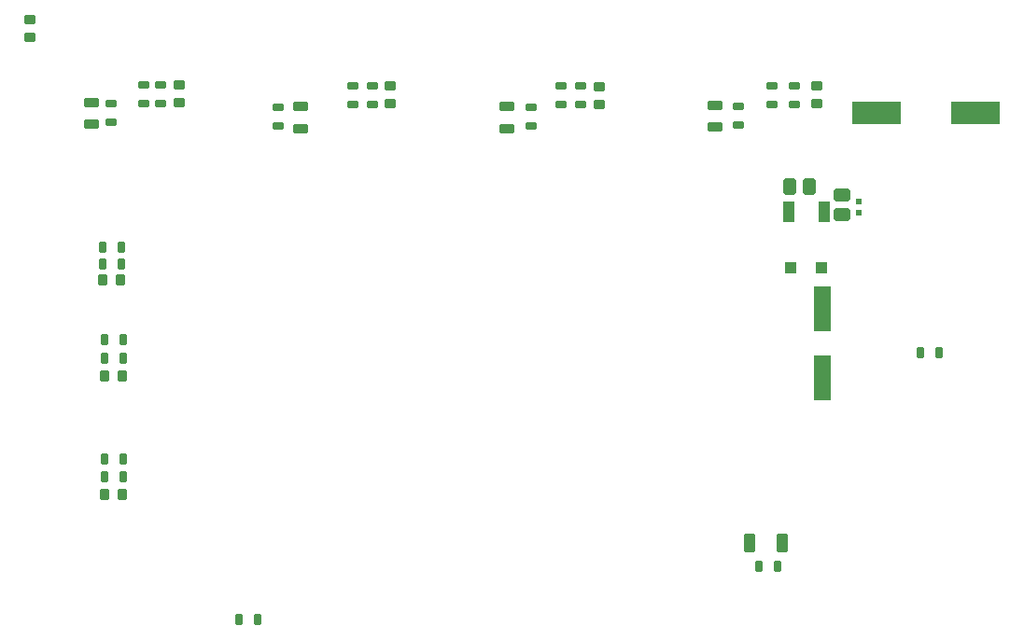
<source format=gtp>
G04 DipTrace 4.2.0.1*
G04 Led_Race.gtp*
%MOIN*%
G04 #@! TF.FileFunction,Paste,Top*
G04 #@! TF.Part,Single*
%AMOUTLINE2*
4,1,28,
0.019094,0.009517,
0.019094,-0.009517,
0.018823,-0.011577,
0.018078,-0.013377,
0.016892,-0.014923,
0.015346,-0.016109,
0.013546,-0.016855,
0.011485,-0.017126,
-0.011485,-0.017126,
-0.013546,-0.016855,
-0.015346,-0.016109,
-0.016892,-0.014923,
-0.018078,-0.013377,
-0.018823,-0.011577,
-0.019094,-0.009517,
-0.019094,0.009517,
-0.018823,0.011577,
-0.018078,0.013377,
-0.016892,0.014923,
-0.015346,0.016109,
-0.013546,0.016855,
-0.011485,0.017126,
0.011485,0.017126,
0.013546,0.016855,
0.015346,0.016109,
0.016892,0.014923,
0.018078,0.013377,
0.018823,0.011577,
0.019094,0.009517,
0*%
%AMOUTLINE5*
4,1,28,
-0.019094,-0.009517,
-0.019094,0.009517,
-0.018823,0.011577,
-0.018078,0.013377,
-0.016892,0.014923,
-0.015346,0.016109,
-0.013546,0.016855,
-0.011485,0.017126,
0.011485,0.017126,
0.013546,0.016855,
0.015346,0.016109,
0.016892,0.014923,
0.018078,0.013377,
0.018823,0.011577,
0.019094,0.009517,
0.019094,-0.009517,
0.018823,-0.011577,
0.018078,-0.013377,
0.016892,-0.014923,
0.015346,-0.016109,
0.013546,-0.016855,
0.011485,-0.017126,
-0.011485,-0.017126,
-0.013546,-0.016855,
-0.015346,-0.016109,
-0.016892,-0.014923,
-0.018078,-0.013377,
-0.018823,-0.011577,
-0.019094,-0.009517,
0*%
%AMOUTLINE8*
4,1,28,
0.009517,-0.019094,
-0.009516,-0.019095,
-0.011577,-0.018823,
-0.013377,-0.018078,
-0.014923,-0.016892,
-0.016109,-0.015346,
-0.016854,-0.013546,
-0.017126,-0.011486,
-0.017126,0.011485,
-0.016855,0.013545,
-0.016109,0.015345,
-0.014923,0.016891,
-0.013378,0.018077,
-0.011578,0.018823,
-0.009517,0.019094,
0.009516,0.019095,
0.011577,0.018823,
0.013377,0.018078,
0.014923,0.016892,
0.016109,0.015346,
0.016854,0.013546,
0.017126,0.011486,
0.017126,-0.011485,
0.016855,-0.013545,
0.016109,-0.015345,
0.014923,-0.016891,
0.013378,-0.018077,
0.011578,-0.018823,
0.009517,-0.019094,
0*%
%AMOUTLINE11*
4,1,28,
-0.009517,0.019094,
0.009516,0.019095,
0.011577,0.018823,
0.013377,0.018078,
0.014923,0.016892,
0.016109,0.015346,
0.016854,0.013546,
0.017126,0.011486,
0.017126,-0.011485,
0.016855,-0.013545,
0.016109,-0.015345,
0.014923,-0.016891,
0.013378,-0.018077,
0.011578,-0.018823,
0.009517,-0.019094,
-0.009516,-0.019095,
-0.011577,-0.018823,
-0.013377,-0.018078,
-0.014923,-0.016892,
-0.016109,-0.015346,
-0.016854,-0.013546,
-0.017126,-0.011486,
-0.017126,0.011485,
-0.016855,0.013545,
-0.016109,0.015345,
-0.014923,0.016891,
-0.013378,0.018077,
-0.011578,0.018823,
-0.009517,0.019094,
0*%
%AMOUTLINE14*
4,1,28,
-0.010433,-0.005974,
-0.010433,0.005973,
-0.010283,0.007117,
-0.009891,0.008062,
-0.009268,0.008874,
-0.008456,0.009497,
-0.007511,0.009889,
-0.006367,0.010039,
0.006367,0.01004,
0.00751,0.009889,
0.008456,0.009497,
0.009268,0.008875,
0.009891,0.008063,
0.010282,0.007117,
0.010433,0.005974,
0.010433,-0.005973,
0.010283,-0.007117,
0.009891,-0.008062,
0.009268,-0.008874,
0.008456,-0.009497,
0.007511,-0.009889,
0.006367,-0.010039,
-0.006367,-0.01004,
-0.00751,-0.009889,
-0.008456,-0.009497,
-0.009268,-0.008875,
-0.009891,-0.008063,
-0.010282,-0.007117,
-0.010433,-0.005974,
0*%
%AMOUTLINE17*
4,1,28,
0.010433,0.005974,
0.010433,-0.005973,
0.010283,-0.007117,
0.009891,-0.008062,
0.009268,-0.008874,
0.008456,-0.009497,
0.007511,-0.009889,
0.006367,-0.010039,
-0.006367,-0.01004,
-0.00751,-0.009889,
-0.008456,-0.009497,
-0.009268,-0.008875,
-0.009891,-0.008063,
-0.010282,-0.007117,
-0.010433,-0.005974,
-0.010433,0.005973,
-0.010283,0.007117,
-0.009891,0.008062,
-0.009268,0.008874,
-0.008456,0.009497,
-0.007511,0.009889,
-0.006367,0.010039,
0.006367,0.01004,
0.00751,0.009889,
0.008456,0.009497,
0.009268,0.008875,
0.009891,0.008063,
0.010282,0.007117,
0.010433,0.005974,
0*%
%AMOUTLINE20*
4,1,28,
-0.028937,-0.013848,
-0.028937,0.013847,
-0.028653,0.016009,
-0.027868,0.017904,
-0.026619,0.019532,
-0.024992,0.02078,
-0.023097,0.021565,
-0.020934,0.02185,
0.020934,0.021851,
0.023096,0.021566,
0.024991,0.020781,
0.026618,0.019533,
0.027867,0.017905,
0.028652,0.01601,
0.028937,0.013848,
0.028937,-0.013847,
0.028653,-0.016009,
0.027868,-0.017904,
0.026619,-0.019532,
0.024992,-0.02078,
0.023097,-0.021565,
0.020934,-0.02185,
-0.020934,-0.021851,
-0.023096,-0.021566,
-0.024991,-0.020781,
-0.026618,-0.019533,
-0.027867,-0.017905,
-0.028652,-0.01601,
-0.028937,-0.013848,
0*%
%AMOUTLINE23*
4,1,28,
0.028937,0.013848,
0.028937,-0.013847,
0.028653,-0.016009,
0.027868,-0.017904,
0.026619,-0.019532,
0.024992,-0.02078,
0.023097,-0.021565,
0.020934,-0.02185,
-0.020934,-0.021851,
-0.023096,-0.021566,
-0.024991,-0.020781,
-0.026618,-0.019533,
-0.027867,-0.017905,
-0.028652,-0.01601,
-0.028937,-0.013848,
-0.028937,0.013847,
-0.028653,0.016009,
-0.027868,0.017904,
-0.026619,0.019532,
-0.024992,0.02078,
-0.023097,0.021565,
-0.020934,0.02185,
0.020934,0.021851,
0.023096,0.021566,
0.024991,0.020781,
0.026618,0.019533,
0.027867,0.017905,
0.028652,0.01601,
0.028937,0.013848,
0*%
%AMOUTLINE26*
4,1,28,
-0.013848,0.028937,
0.013846,0.028937,
0.016009,0.028653,
0.017904,0.027868,
0.019531,0.026619,
0.02078,0.024992,
0.021565,0.023097,
0.02185,0.020935,
0.021851,-0.020933,
0.021566,-0.023096,
0.020781,-0.024991,
0.019533,-0.026618,
0.017906,-0.027867,
0.016011,-0.028652,
0.013848,-0.028937,
-0.013846,-0.028937,
-0.016009,-0.028653,
-0.017904,-0.027868,
-0.019531,-0.026619,
-0.02078,-0.024992,
-0.021565,-0.023097,
-0.02185,-0.020935,
-0.021851,0.020933,
-0.021566,0.023096,
-0.020781,0.024991,
-0.019533,0.026618,
-0.017906,0.027867,
-0.016011,0.028652,
-0.013848,0.028937,
0*%
%AMOUTLINE29*
4,1,28,
0.013848,-0.028937,
-0.013846,-0.028937,
-0.016009,-0.028653,
-0.017904,-0.027868,
-0.019531,-0.026619,
-0.02078,-0.024992,
-0.021565,-0.023097,
-0.02185,-0.020935,
-0.021851,0.020933,
-0.021566,0.023096,
-0.020781,0.024991,
-0.019533,0.026618,
-0.017906,0.027867,
-0.016011,0.028652,
-0.013848,0.028937,
0.013846,0.028937,
0.016009,0.028653,
0.017904,0.027868,
0.019531,0.026619,
0.02078,0.024992,
0.021565,0.023097,
0.02185,0.020935,
0.021851,-0.020933,
0.021566,-0.023096,
0.020781,-0.024991,
0.019533,-0.026618,
0.017906,-0.027867,
0.016011,-0.028652,
0.013848,-0.028937,
0*%
%AMOUTLINE32*
4,1,28,
-0.027165,-0.00932,
-0.027165,0.00932,
-0.026894,0.01138,
-0.026148,0.01318,
-0.024962,0.014726,
-0.023417,0.015912,
-0.021617,0.016658,
-0.019556,0.016929,
0.019556,0.016929,
0.021617,0.016658,
0.023417,0.015912,
0.024962,0.014726,
0.026148,0.01318,
0.026894,0.01138,
0.027165,0.00932,
0.027165,-0.00932,
0.026894,-0.01138,
0.026148,-0.01318,
0.024962,-0.014726,
0.023417,-0.015912,
0.021617,-0.016658,
0.019556,-0.016929,
-0.019556,-0.016929,
-0.021617,-0.016658,
-0.023417,-0.015912,
-0.024962,-0.014726,
-0.026148,-0.01318,
-0.026894,-0.01138,
-0.027165,-0.00932,
0*%
%AMOUTLINE35*
4,1,28,
0.027165,0.00932,
0.027165,-0.00932,
0.026894,-0.01138,
0.026148,-0.01318,
0.024962,-0.014726,
0.023417,-0.015912,
0.021617,-0.016658,
0.019556,-0.016929,
-0.019556,-0.016929,
-0.021617,-0.016658,
-0.023417,-0.015912,
-0.024962,-0.014726,
-0.026148,-0.01318,
-0.026894,-0.01138,
-0.027165,-0.00932,
-0.027165,0.00932,
-0.026894,0.01138,
-0.026148,0.01318,
-0.024962,0.014726,
-0.023417,0.015912,
-0.021617,0.016658,
-0.019556,0.016929,
0.019556,0.016929,
0.021617,0.016658,
0.023417,0.015912,
0.024962,0.014726,
0.026148,0.01318,
0.026894,0.01138,
0.027165,0.00932,
0*%
%AMOUTLINE38*
4,1,28,
0.012469,-0.037598,
-0.012469,-0.037598,
-0.014632,-0.037314,
-0.016527,-0.036529,
-0.018154,-0.03528,
-0.019403,-0.033653,
-0.020188,-0.031758,
-0.020472,-0.029595,
-0.020472,0.029595,
-0.020188,0.031758,
-0.019403,0.033653,
-0.018154,0.03528,
-0.016527,0.036529,
-0.014632,0.037314,
-0.012469,0.037598,
0.012469,0.037598,
0.014632,0.037314,
0.016527,0.036529,
0.018154,0.03528,
0.019403,0.033653,
0.020188,0.031758,
0.020472,0.029595,
0.020472,-0.029595,
0.020188,-0.031758,
0.019403,-0.033653,
0.018154,-0.03528,
0.016527,-0.036529,
0.014632,-0.037314,
0.012469,-0.037598,
0*%
%AMOUTLINE41*
4,1,28,
-0.012469,0.037598,
0.012469,0.037598,
0.014632,0.037314,
0.016527,0.036529,
0.018154,0.03528,
0.019403,0.033653,
0.020188,0.031758,
0.020472,0.029595,
0.020472,-0.029595,
0.020188,-0.031758,
0.019403,-0.033653,
0.018154,-0.03528,
0.016527,-0.036529,
0.014632,-0.037314,
0.012469,-0.037598,
-0.012469,-0.037598,
-0.014632,-0.037314,
-0.016527,-0.036529,
-0.018154,-0.03528,
-0.019403,-0.033653,
-0.020188,-0.031758,
-0.020472,-0.029595,
-0.020472,0.029595,
-0.020188,0.031758,
-0.019403,0.033653,
-0.018154,0.03528,
-0.016527,0.036529,
-0.014632,0.037314,
-0.012469,0.037598,
0*%
%AMOUTLINE50*
4,1,28,
0.019094,0.008336,
0.019095,-0.008335,
0.018864,-0.01009,
0.018236,-0.011605,
0.017238,-0.012906,
0.015937,-0.013905,
0.014422,-0.014532,
0.012667,-0.014763,
-0.012666,-0.014764,
-0.014421,-0.014533,
-0.015936,-0.013906,
-0.017237,-0.012907,
-0.018236,-0.011606,
-0.018863,-0.010091,
-0.019094,-0.008336,
-0.019095,0.008335,
-0.018864,0.01009,
-0.018236,0.011605,
-0.017238,0.012906,
-0.015937,0.013905,
-0.014422,0.014532,
-0.012667,0.014763,
0.012666,0.014764,
0.014421,0.014533,
0.015936,0.013906,
0.017237,0.012907,
0.018236,0.011606,
0.018863,0.010091,
0.019094,0.008336,
0*%
%AMOUTLINE53*
4,1,28,
-0.019094,-0.008336,
-0.019095,0.008335,
-0.018864,0.01009,
-0.018236,0.011605,
-0.017238,0.012906,
-0.015937,0.013905,
-0.014422,0.014532,
-0.012667,0.014763,
0.012666,0.014764,
0.014421,0.014533,
0.015936,0.013906,
0.017237,0.012907,
0.018236,0.011606,
0.018863,0.010091,
0.019094,0.008336,
0.019095,-0.008335,
0.018864,-0.01009,
0.018236,-0.011605,
0.017238,-0.012906,
0.015937,-0.013905,
0.014422,-0.014532,
0.012667,-0.014763,
-0.012666,-0.014764,
-0.014421,-0.014533,
-0.015936,-0.013906,
-0.017237,-0.012907,
-0.018236,-0.011606,
-0.018863,-0.010091,
-0.019094,-0.008336,
0*%
%AMOUTLINE56*
4,1,28,
-0.008336,0.019094,
0.008336,0.019094,
0.010091,0.018863,
0.011606,0.018236,
0.012907,0.017237,
0.013905,0.015936,
0.014533,0.014421,
0.014764,0.012666,
0.014764,-0.012666,
0.014533,-0.014421,
0.013905,-0.015936,
0.012907,-0.017237,
0.011606,-0.018236,
0.010091,-0.018863,
0.008336,-0.019094,
-0.008336,-0.019094,
-0.010091,-0.018863,
-0.011606,-0.018236,
-0.012907,-0.017237,
-0.013905,-0.015936,
-0.014533,-0.014421,
-0.014764,-0.012666,
-0.014764,0.012666,
-0.014533,0.014421,
-0.013905,0.015936,
-0.012907,0.017237,
-0.011606,0.018236,
-0.010091,0.018863,
-0.008336,0.019094,
0*%
%AMOUTLINE59*
4,1,28,
0.008336,-0.019094,
-0.008336,-0.019094,
-0.010091,-0.018863,
-0.011606,-0.018236,
-0.012907,-0.017237,
-0.013905,-0.015936,
-0.014533,-0.014421,
-0.014764,-0.012666,
-0.014764,0.012666,
-0.014533,0.014421,
-0.013905,0.015936,
-0.012907,0.017237,
-0.011606,0.018236,
-0.010091,0.018863,
-0.008336,0.019094,
0.008336,0.019094,
0.010091,0.018863,
0.011606,0.018236,
0.012907,0.017237,
0.013905,0.015936,
0.014533,0.014421,
0.014764,0.012666,
0.014764,-0.012666,
0.014533,-0.014421,
0.013905,-0.015936,
0.012907,-0.017237,
0.011606,-0.018236,
0.010091,-0.018863,
0.008336,-0.019094,
0*%
%AMOUTLINE62*
4,1,28,
-0.012273,0.032874,
0.012273,0.032874,
0.014435,0.032589,
0.01633,0.031804,
0.017957,0.030556,
0.019206,0.028929,
0.019991,0.027034,
0.020276,0.024871,
0.020276,-0.024871,
0.019991,-0.027034,
0.019206,-0.028929,
0.017957,-0.030556,
0.01633,-0.031804,
0.014435,-0.032589,
0.012273,-0.032874,
-0.012273,-0.032874,
-0.014435,-0.032589,
-0.01633,-0.031804,
-0.017957,-0.030556,
-0.019206,-0.028929,
-0.019991,-0.027034,
-0.020276,-0.024871,
-0.020276,0.024871,
-0.019991,0.027034,
-0.019206,0.028929,
-0.017957,0.030556,
-0.01633,0.031804,
-0.014435,0.032589,
-0.012273,0.032874,
0*%
%AMOUTLINE65*
4,1,28,
0.012273,-0.032874,
-0.012273,-0.032874,
-0.014435,-0.032589,
-0.01633,-0.031804,
-0.017957,-0.030556,
-0.019206,-0.028929,
-0.019991,-0.027034,
-0.020276,-0.024871,
-0.020276,0.024871,
-0.019991,0.027034,
-0.019206,0.028929,
-0.017957,0.030556,
-0.01633,0.031804,
-0.014435,0.032589,
-0.012273,0.032874,
0.012273,0.032874,
0.014435,0.032589,
0.01633,0.031804,
0.017957,0.030556,
0.019206,0.028929,
0.019991,0.027034,
0.020276,0.024871,
0.020276,-0.024871,
0.019991,-0.027034,
0.019206,-0.028929,
0.017957,-0.030556,
0.01633,-0.031804,
0.014435,-0.032589,
0.012273,-0.032874,
0*%
%ADD73R,0.043307X0.043307*%
%ADD75R,0.059055X0.159449*%
%ADD77R,0.173228X0.07874*%
%ADD85OUTLINE2*%
%ADD88OUTLINE5*%
%ADD91OUTLINE8*%
%ADD94OUTLINE11*%
%ADD97OUTLINE14*%
%ADD100OUTLINE17*%
%ADD103OUTLINE20*%
%ADD106OUTLINE23*%
%ADD109OUTLINE26*%
%ADD112OUTLINE29*%
%ADD115OUTLINE32*%
%ADD118OUTLINE35*%
%ADD121OUTLINE38*%
%ADD124OUTLINE41*%
%ADD133OUTLINE50*%
%ADD136OUTLINE53*%
%ADD139OUTLINE56*%
%ADD142OUTLINE59*%
%ADD145OUTLINE62*%
%ADD148OUTLINE65*%
%FSLAX26Y26*%
G04*
G70*
G90*
G75*
G01*
G04 TopPaste*
%LPD*%
D85*
X2562992Y401575D3*
D88*
Y338583D3*
D91*
X75883Y-292393D3*
D94*
X12891Y-292394D3*
D91*
X82420Y-635597D3*
D94*
X19428D3*
D91*
X83207Y-1058381D3*
D94*
X20215D3*
D85*
X1785630Y399409D3*
D88*
Y336417D3*
D85*
X-248031Y637795D3*
D88*
Y574803D3*
D85*
X1039370Y401575D3*
D88*
Y338583D3*
D85*
X287402Y405512D3*
D88*
Y342520D3*
D77*
X2775591Y307087D3*
X3129921Y307108D3*
D97*
X2712599Y-51181D3*
D100*
X2712598Y-11024D3*
D103*
X2653544Y-59055D3*
D106*
X2653543Y11811D3*
D109*
X2464567Y43306D3*
D112*
X2535433Y43308D3*
D75*
X2582677Y-641732D3*
X2582667Y-393701D3*
D115*
X-27559Y266339D3*
D118*
Y343898D3*
D115*
X718110Y250591D3*
D118*
Y328150D3*
D115*
X1455122Y250591D3*
D118*
Y328150D3*
D115*
X2198549Y254724D3*
D118*
Y332283D3*
D73*
X2578740Y-248032D3*
X2468504Y-248034D3*
D121*
X2590551Y-47244D3*
D124*
X2461811D3*
D133*
X43308Y340354D3*
D136*
X43309Y273819D3*
D133*
X637795Y326772D3*
D136*
Y260236D3*
D133*
X1541142Y326772D3*
D136*
Y260236D3*
D133*
X2282114Y330512D3*
D136*
Y263976D3*
D139*
X11119Y-174957D3*
D142*
X77655D3*
D139*
X18444Y-504814D3*
D142*
X84979D3*
D139*
X17656Y-930183D3*
D142*
X84192Y-930181D3*
D133*
X2403346Y403346D3*
D136*
Y336811D3*
X2482087D3*
D133*
Y403346D3*
D142*
X77655Y-233857D3*
D139*
X11119D3*
D142*
X84192Y-569767D3*
D139*
X17656Y-569768D3*
D142*
X84979Y-995837D3*
D139*
X18444D3*
D133*
X1649605Y401181D3*
D136*
X1649607Y334646D3*
X1720473D3*
D133*
X1720472Y401181D3*
X905512Y401575D3*
D136*
Y335039D3*
X976378Y334646D3*
D133*
Y401181D3*
D142*
X3000000Y-551182D3*
D139*
X2933465Y-551183D3*
D133*
X157480Y405512D3*
D136*
Y338976D3*
X220472Y338583D3*
D133*
Y405118D3*
D145*
X2322835Y-1232283D3*
D148*
X2438583D3*
D139*
X2354331Y-1314961D3*
D142*
X2420866D3*
X566929Y-1503937D3*
D139*
X500394Y-1503938D3*
M02*

</source>
